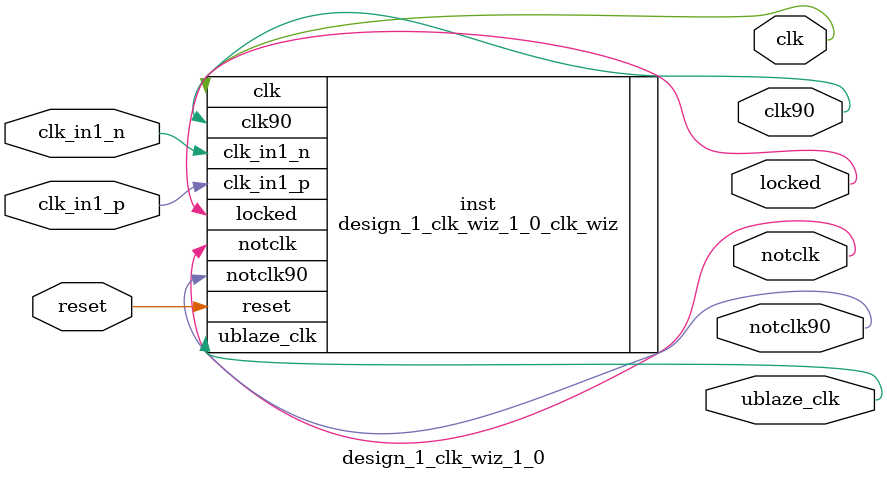
<source format=v>


`timescale 1ps/1ps

(* CORE_GENERATION_INFO = "design_1_clk_wiz_1_0,clk_wiz_v5_4_1_0,{component_name=design_1_clk_wiz_1_0,use_phase_alignment=true,use_min_o_jitter=false,use_max_i_jitter=false,use_dyn_phase_shift=false,use_inclk_switchover=false,use_dyn_reconfig=false,enable_axi=0,feedback_source=FDBK_AUTO,PRIMITIVE=MMCM,num_out_clk=5,clkin1_period=5.000,clkin2_period=10.0,use_power_down=false,use_reset=true,use_locked=true,use_inclk_stopped=false,feedback_type=SINGLE,CLOCK_MGR_TYPE=NA,manual_override=false}" *)

module design_1_clk_wiz_1_0 
 (
  // Clock out ports
  output        ublaze_clk,
  output        clk,
  output        clk90,
  output        notclk,
  output        notclk90,
  // Status and control signals
  input         reset,
  output        locked,
 // Clock in ports
  input         clk_in1_p,
  input         clk_in1_n
 );

  design_1_clk_wiz_1_0_clk_wiz inst
  (
  // Clock out ports  
  .ublaze_clk(ublaze_clk),
  .clk(clk),
  .clk90(clk90),
  .notclk(notclk),
  .notclk90(notclk90),
  // Status and control signals               
  .reset(reset), 
  .locked(locked),
 // Clock in ports
  .clk_in1_p(clk_in1_p),
  .clk_in1_n(clk_in1_n)
  );

endmodule

</source>
